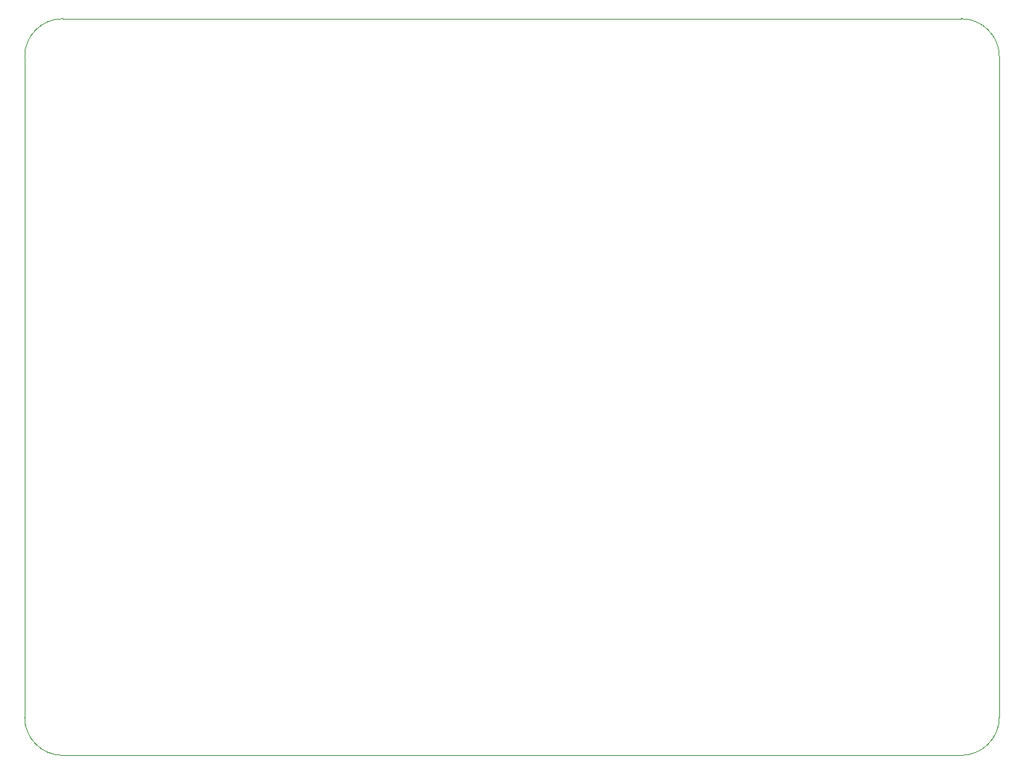
<source format=gm1>
%TF.GenerationSoftware,KiCad,Pcbnew,(6.0.4)*%
%TF.CreationDate,2022-06-21T01:29:20+02:00*%
%TF.ProjectId,battoota,62617474-6f6f-4746-912e-6b696361645f,v1.0.0*%
%TF.SameCoordinates,Original*%
%TF.FileFunction,Profile,NP*%
%FSLAX46Y46*%
G04 Gerber Fmt 4.6, Leading zero omitted, Abs format (unit mm)*
G04 Created by KiCad (PCBNEW (6.0.4)) date 2022-06-21 01:29:20*
%MOMM*%
%LPD*%
G01*
G04 APERTURE LIST*
%TA.AperFunction,Profile*%
%ADD10C,0.050000*%
%TD*%
G04 APERTURE END LIST*
D10*
X161917090Y118205090D02*
G75*
G03*
X157472090Y122650090I-4444990J10D01*
G01*
X48362090Y41195090D02*
G75*
G03*
X52807090Y36750090I4445010J10D01*
G01*
X161913484Y41196739D02*
X161917090Y118205090D01*
X52807090Y36750090D02*
X157468484Y36751739D01*
X157472090Y122650090D02*
X52803448Y122652954D01*
X52803448Y122652952D02*
G75*
G03*
X48358448Y118207954I-8J-4444992D01*
G01*
X157468484Y36751716D02*
G75*
G03*
X161913484Y41196739I16J4444984D01*
G01*
X48358448Y118207954D02*
X48362090Y41195090D01*
M02*

</source>
